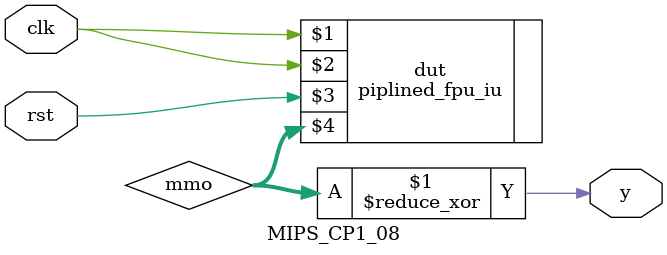
<source format=v>
module MIPS_CP1_08 (
 input  clk, rst,  
 output y 	
);
wire [31:0]mmo;
piplined_fpu_iu dut(clk,clk,rst,mmo);
assign y = ^mmo; 
endmodule

</source>
